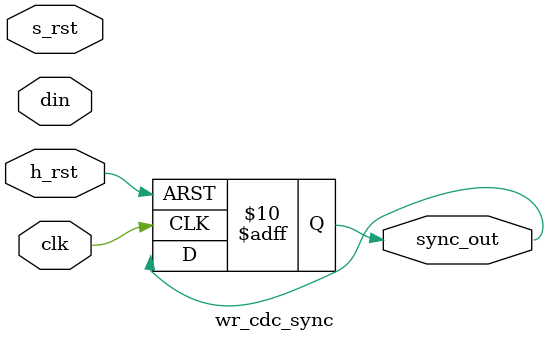
<source format=sv>
`timescale 1ns/1ps

module wr_cdc_sync #(parameter ADDRESS_WIDTH = 0, SYNC_STAGE = 0, SOFT_RESET = 0 )
	(output    logic  [ADDRESS_WIDTH:0] sync_out,
     input     logic  [ADDRESS_WIDTH:0] din     ,
	 input     logic              clk     ,
     input     logic              h_rst   ,
     input     logic              s_rst
    );
	 
	 	

logic [ADDRESS_WIDTH:0] q1,q2;

always_ff @( posedge clk or negedge h_rst)
begin
	if (!h_rst)
	begin
	    q1          <= ({ADDRESS_WIDTH{1'b0}});
        q2          <= ({ADDRESS_WIDTH{1'b0}});
	    sync_out    <= ({ADDRESS_WIDTH{1'b0}});
    end
    else 
        if (s_rst && (SOFT_RESET == 2 || SOFT_RESET == 3) )
    begin
	    q1          <= ({ADDRESS_WIDTH{1'b0}});
        q2          <= ({ADDRESS_WIDTH{1'b0}});
   	    sync_out    <= ({ADDRESS_WIDTH{1'b0}});
    end

	else 
        if (SYNC_STAGE == 2)
	begin
    	q1          <= din;
	    sync_out    <= q1 ;
    end
    else 
        if (SYNC_STAGE == 3)
	begin
	    q1          <= din;
        q2          <= q1 ;
	    sync_out    <= q2 ;
    end
end

endmodule




</source>
